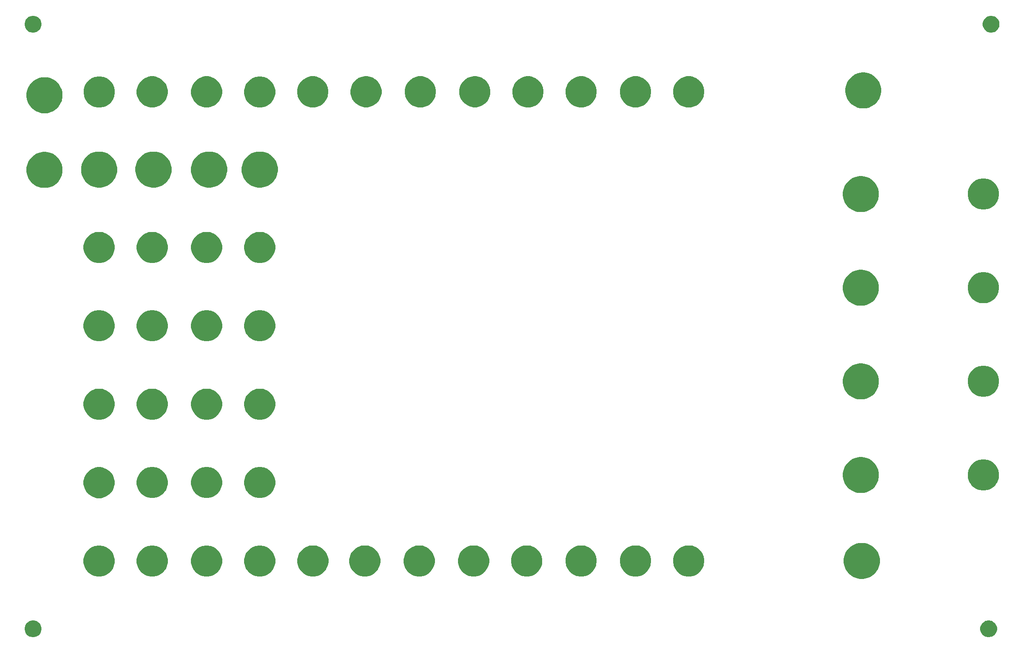
<source format=gbr>
%TF.GenerationSoftware,KiCad,Pcbnew,(5.0.1)-3*%
%TF.CreationDate,2020-01-29T23:15:48+00:00*%
%TF.ProjectId,SSv2 Panel,535376322050616E656C2E6B69636164,rev?*%
%TF.SameCoordinates,Original*%
%TF.FileFunction,Soldermask,Top*%
%TF.FilePolarity,Negative*%
%FSLAX46Y46*%
G04 Gerber Fmt 4.6, Leading zero omitted, Abs format (unit mm)*
G04 Created by KiCad (PCBNEW (5.0.1)-3) date 29/01/2020 23:15:48*
%MOMM*%
%LPD*%
G01*
G04 APERTURE LIST*
%ADD10C,0.100000*%
G04 APERTURE END LIST*
D10*
G36*
X266646160Y-145464368D02*
X266646162Y-145464369D01*
X266646163Y-145464369D01*
X266760514Y-145511735D01*
X266955726Y-145592594D01*
X267234327Y-145778749D01*
X267471251Y-146015673D01*
X267657406Y-146294274D01*
X267785632Y-146603840D01*
X267851000Y-146932465D01*
X267851000Y-147267535D01*
X267785632Y-147596160D01*
X267657406Y-147905726D01*
X267471251Y-148184327D01*
X267234327Y-148421251D01*
X266955726Y-148607406D01*
X266760514Y-148688265D01*
X266646163Y-148735631D01*
X266646162Y-148735631D01*
X266646160Y-148735632D01*
X266317535Y-148801000D01*
X265982465Y-148801000D01*
X265653840Y-148735632D01*
X265653838Y-148735631D01*
X265653837Y-148735631D01*
X265539486Y-148688265D01*
X265344274Y-148607406D01*
X265065673Y-148421251D01*
X264828749Y-148184327D01*
X264642594Y-147905726D01*
X264514368Y-147596160D01*
X264449000Y-147267535D01*
X264449000Y-146932465D01*
X264514368Y-146603840D01*
X264642594Y-146294274D01*
X264828749Y-146015673D01*
X265065673Y-145778749D01*
X265344274Y-145592594D01*
X265539486Y-145511735D01*
X265653837Y-145464369D01*
X265653838Y-145464369D01*
X265653840Y-145464368D01*
X265982465Y-145399000D01*
X266317535Y-145399000D01*
X266646160Y-145464368D01*
X266646160Y-145464368D01*
G37*
G36*
X73396160Y-145464368D02*
X73396162Y-145464369D01*
X73396163Y-145464369D01*
X73510514Y-145511735D01*
X73705726Y-145592594D01*
X73984327Y-145778749D01*
X74221251Y-146015673D01*
X74407406Y-146294274D01*
X74535632Y-146603840D01*
X74601000Y-146932465D01*
X74601000Y-147267535D01*
X74535632Y-147596160D01*
X74407406Y-147905726D01*
X74221251Y-148184327D01*
X73984327Y-148421251D01*
X73705726Y-148607406D01*
X73510514Y-148688265D01*
X73396163Y-148735631D01*
X73396162Y-148735631D01*
X73396160Y-148735632D01*
X73067535Y-148801000D01*
X72732465Y-148801000D01*
X72403840Y-148735632D01*
X72403838Y-148735631D01*
X72403837Y-148735631D01*
X72289486Y-148688265D01*
X72094274Y-148607406D01*
X71815673Y-148421251D01*
X71578749Y-148184327D01*
X71392594Y-147905726D01*
X71264368Y-147596160D01*
X71199000Y-147267535D01*
X71199000Y-146932465D01*
X71264368Y-146603840D01*
X71392594Y-146294274D01*
X71578749Y-146015673D01*
X71815673Y-145778749D01*
X72094274Y-145592594D01*
X72289486Y-145511735D01*
X72403837Y-145464369D01*
X72403838Y-145464369D01*
X72403840Y-145464368D01*
X72732465Y-145399000D01*
X73067535Y-145399000D01*
X73396160Y-145464368D01*
X73396160Y-145464368D01*
G37*
G36*
X241094714Y-129745769D02*
X241564958Y-129839306D01*
X242229397Y-130114525D01*
X242827377Y-130514083D01*
X243335917Y-131022623D01*
X243735475Y-131620603D01*
X244010694Y-132285042D01*
X244151000Y-132990408D01*
X244151000Y-133709592D01*
X244010694Y-134414958D01*
X243735475Y-135079397D01*
X243335917Y-135677377D01*
X242827377Y-136185917D01*
X242229397Y-136585475D01*
X241564958Y-136860694D01*
X241094714Y-136954231D01*
X240859593Y-137001000D01*
X240140407Y-137001000D01*
X239905286Y-136954231D01*
X239435042Y-136860694D01*
X238770603Y-136585475D01*
X238172623Y-136185917D01*
X237664083Y-135677377D01*
X237264525Y-135079397D01*
X236989306Y-134414958D01*
X236849000Y-133709592D01*
X236849000Y-132990408D01*
X236989306Y-132285042D01*
X237264525Y-131620603D01*
X237664083Y-131022623D01*
X238172623Y-130514083D01*
X238770603Y-130114525D01*
X239435042Y-129839306D01*
X239905286Y-129745769D01*
X240140407Y-129699000D01*
X240859593Y-129699000D01*
X241094714Y-129745769D01*
X241094714Y-129745769D01*
G37*
G36*
X108716191Y-130304727D02*
X108919113Y-130345091D01*
X109492558Y-130582620D01*
X109971230Y-130902459D01*
X110008648Y-130927461D01*
X110447539Y-131366352D01*
X110447541Y-131366355D01*
X110792380Y-131882442D01*
X111019554Y-132430888D01*
X111029909Y-132455888D01*
X111151000Y-133064652D01*
X111151000Y-133685348D01*
X111146177Y-133709593D01*
X111029909Y-134294113D01*
X110792380Y-134867558D01*
X110650833Y-135079397D01*
X110447539Y-135383648D01*
X110008648Y-135822539D01*
X110008645Y-135822541D01*
X109492558Y-136167380D01*
X108919113Y-136404909D01*
X108716191Y-136445273D01*
X108310348Y-136526000D01*
X107689652Y-136526000D01*
X107283809Y-136445273D01*
X107080887Y-136404909D01*
X106507442Y-136167380D01*
X105991355Y-135822541D01*
X105991352Y-135822539D01*
X105552461Y-135383648D01*
X105349167Y-135079397D01*
X105207620Y-134867558D01*
X104970091Y-134294113D01*
X104853823Y-133709593D01*
X104849000Y-133685348D01*
X104849000Y-133064652D01*
X104970091Y-132455888D01*
X104980446Y-132430888D01*
X105207620Y-131882442D01*
X105552459Y-131366355D01*
X105552461Y-131366352D01*
X105991352Y-130927461D01*
X106028770Y-130902459D01*
X106507442Y-130582620D01*
X107080887Y-130345091D01*
X107283809Y-130304727D01*
X107689652Y-130224000D01*
X108310348Y-130224000D01*
X108716191Y-130304727D01*
X108716191Y-130304727D01*
G37*
G36*
X119466191Y-130304727D02*
X119669113Y-130345091D01*
X120242558Y-130582620D01*
X120721230Y-130902459D01*
X120758648Y-130927461D01*
X121197539Y-131366352D01*
X121197541Y-131366355D01*
X121542380Y-131882442D01*
X121769554Y-132430888D01*
X121779909Y-132455888D01*
X121901000Y-133064652D01*
X121901000Y-133685348D01*
X121896177Y-133709593D01*
X121779909Y-134294113D01*
X121542380Y-134867558D01*
X121400833Y-135079397D01*
X121197539Y-135383648D01*
X120758648Y-135822539D01*
X120758645Y-135822541D01*
X120242558Y-136167380D01*
X119669113Y-136404909D01*
X119466191Y-136445273D01*
X119060348Y-136526000D01*
X118439652Y-136526000D01*
X118033809Y-136445273D01*
X117830887Y-136404909D01*
X117257442Y-136167380D01*
X116741355Y-135822541D01*
X116741352Y-135822539D01*
X116302461Y-135383648D01*
X116099167Y-135079397D01*
X115957620Y-134867558D01*
X115720091Y-134294113D01*
X115603823Y-133709593D01*
X115599000Y-133685348D01*
X115599000Y-133064652D01*
X115720091Y-132455888D01*
X115730446Y-132430888D01*
X115957620Y-131882442D01*
X116302459Y-131366355D01*
X116302461Y-131366352D01*
X116741352Y-130927461D01*
X116778770Y-130902459D01*
X117257442Y-130582620D01*
X117830887Y-130345091D01*
X118033809Y-130304727D01*
X118439652Y-130224000D01*
X119060348Y-130224000D01*
X119466191Y-130304727D01*
X119466191Y-130304727D01*
G37*
G36*
X97716191Y-130304727D02*
X97919113Y-130345091D01*
X98492558Y-130582620D01*
X98971230Y-130902459D01*
X99008648Y-130927461D01*
X99447539Y-131366352D01*
X99447541Y-131366355D01*
X99792380Y-131882442D01*
X100019554Y-132430888D01*
X100029909Y-132455888D01*
X100151000Y-133064652D01*
X100151000Y-133685348D01*
X100146177Y-133709593D01*
X100029909Y-134294113D01*
X99792380Y-134867558D01*
X99650833Y-135079397D01*
X99447539Y-135383648D01*
X99008648Y-135822539D01*
X99008645Y-135822541D01*
X98492558Y-136167380D01*
X97919113Y-136404909D01*
X97716191Y-136445273D01*
X97310348Y-136526000D01*
X96689652Y-136526000D01*
X96283809Y-136445273D01*
X96080887Y-136404909D01*
X95507442Y-136167380D01*
X94991355Y-135822541D01*
X94991352Y-135822539D01*
X94552461Y-135383648D01*
X94349167Y-135079397D01*
X94207620Y-134867558D01*
X93970091Y-134294113D01*
X93853823Y-133709593D01*
X93849000Y-133685348D01*
X93849000Y-133064652D01*
X93970091Y-132455888D01*
X93980446Y-132430888D01*
X94207620Y-131882442D01*
X94552459Y-131366355D01*
X94552461Y-131366352D01*
X94991352Y-130927461D01*
X95028770Y-130902459D01*
X95507442Y-130582620D01*
X96080887Y-130345091D01*
X96283809Y-130304727D01*
X96689652Y-130224000D01*
X97310348Y-130224000D01*
X97716191Y-130304727D01*
X97716191Y-130304727D01*
G37*
G36*
X86966191Y-130304727D02*
X87169113Y-130345091D01*
X87742558Y-130582620D01*
X88221230Y-130902459D01*
X88258648Y-130927461D01*
X88697539Y-131366352D01*
X88697541Y-131366355D01*
X89042380Y-131882442D01*
X89269554Y-132430888D01*
X89279909Y-132455888D01*
X89401000Y-133064652D01*
X89401000Y-133685348D01*
X89396177Y-133709593D01*
X89279909Y-134294113D01*
X89042380Y-134867558D01*
X88900833Y-135079397D01*
X88697539Y-135383648D01*
X88258648Y-135822539D01*
X88258645Y-135822541D01*
X87742558Y-136167380D01*
X87169113Y-136404909D01*
X86966191Y-136445273D01*
X86560348Y-136526000D01*
X85939652Y-136526000D01*
X85533809Y-136445273D01*
X85330887Y-136404909D01*
X84757442Y-136167380D01*
X84241355Y-135822541D01*
X84241352Y-135822539D01*
X83802461Y-135383648D01*
X83599167Y-135079397D01*
X83457620Y-134867558D01*
X83220091Y-134294113D01*
X83103823Y-133709593D01*
X83099000Y-133685348D01*
X83099000Y-133064652D01*
X83220091Y-132455888D01*
X83230446Y-132430888D01*
X83457620Y-131882442D01*
X83802459Y-131366355D01*
X83802461Y-131366352D01*
X84241352Y-130927461D01*
X84278770Y-130902459D01*
X84757442Y-130582620D01*
X85330887Y-130345091D01*
X85533809Y-130304727D01*
X85939652Y-130224000D01*
X86560348Y-130224000D01*
X86966191Y-130304727D01*
X86966191Y-130304727D01*
G37*
G36*
X130216191Y-130279727D02*
X130419113Y-130320091D01*
X130992558Y-130557620D01*
X131505165Y-130900134D01*
X131508648Y-130902461D01*
X131947539Y-131341352D01*
X131947541Y-131341355D01*
X132292380Y-131857442D01*
X132529909Y-132430887D01*
X132529909Y-132430888D01*
X132651000Y-133039652D01*
X132651000Y-133660348D01*
X132570273Y-134066191D01*
X132529909Y-134269113D01*
X132292380Y-134842558D01*
X132134130Y-135079395D01*
X131947539Y-135358648D01*
X131508648Y-135797539D01*
X131508645Y-135797541D01*
X130992558Y-136142380D01*
X130419113Y-136379909D01*
X130293429Y-136404909D01*
X129810348Y-136501000D01*
X129189652Y-136501000D01*
X128706571Y-136404909D01*
X128580887Y-136379909D01*
X128007442Y-136142380D01*
X127491355Y-135797541D01*
X127491352Y-135797539D01*
X127052461Y-135358648D01*
X126865870Y-135079395D01*
X126707620Y-134842558D01*
X126470091Y-134269113D01*
X126429727Y-134066191D01*
X126349000Y-133660348D01*
X126349000Y-133039652D01*
X126470091Y-132430888D01*
X126470091Y-132430887D01*
X126707620Y-131857442D01*
X127052459Y-131341355D01*
X127052461Y-131341352D01*
X127491352Y-130902461D01*
X127494835Y-130900134D01*
X128007442Y-130557620D01*
X128580887Y-130320091D01*
X128783809Y-130279727D01*
X129189652Y-130199000D01*
X129810348Y-130199000D01*
X130216191Y-130279727D01*
X130216191Y-130279727D01*
G37*
G36*
X140716191Y-130279727D02*
X140919113Y-130320091D01*
X141492558Y-130557620D01*
X142005165Y-130900134D01*
X142008648Y-130902461D01*
X142447539Y-131341352D01*
X142447541Y-131341355D01*
X142792380Y-131857442D01*
X143029909Y-132430887D01*
X143029909Y-132430888D01*
X143151000Y-133039652D01*
X143151000Y-133660348D01*
X143070273Y-134066191D01*
X143029909Y-134269113D01*
X142792380Y-134842558D01*
X142634130Y-135079395D01*
X142447539Y-135358648D01*
X142008648Y-135797539D01*
X142008645Y-135797541D01*
X141492558Y-136142380D01*
X140919113Y-136379909D01*
X140793429Y-136404909D01*
X140310348Y-136501000D01*
X139689652Y-136501000D01*
X139206571Y-136404909D01*
X139080887Y-136379909D01*
X138507442Y-136142380D01*
X137991355Y-135797541D01*
X137991352Y-135797539D01*
X137552461Y-135358648D01*
X137365870Y-135079395D01*
X137207620Y-134842558D01*
X136970091Y-134269113D01*
X136929727Y-134066191D01*
X136849000Y-133660348D01*
X136849000Y-133039652D01*
X136970091Y-132430888D01*
X136970091Y-132430887D01*
X137207620Y-131857442D01*
X137552459Y-131341355D01*
X137552461Y-131341352D01*
X137991352Y-130902461D01*
X137994835Y-130900134D01*
X138507442Y-130557620D01*
X139080887Y-130320091D01*
X139283809Y-130279727D01*
X139689652Y-130199000D01*
X140310348Y-130199000D01*
X140716191Y-130279727D01*
X140716191Y-130279727D01*
G37*
G36*
X162716191Y-130279727D02*
X162919113Y-130320091D01*
X163492558Y-130557620D01*
X164005165Y-130900134D01*
X164008648Y-130902461D01*
X164447539Y-131341352D01*
X164447541Y-131341355D01*
X164792380Y-131857442D01*
X165029909Y-132430887D01*
X165029909Y-132430888D01*
X165151000Y-133039652D01*
X165151000Y-133660348D01*
X165070273Y-134066191D01*
X165029909Y-134269113D01*
X164792380Y-134842558D01*
X164634130Y-135079395D01*
X164447539Y-135358648D01*
X164008648Y-135797539D01*
X164008645Y-135797541D01*
X163492558Y-136142380D01*
X162919113Y-136379909D01*
X162793429Y-136404909D01*
X162310348Y-136501000D01*
X161689652Y-136501000D01*
X161206571Y-136404909D01*
X161080887Y-136379909D01*
X160507442Y-136142380D01*
X159991355Y-135797541D01*
X159991352Y-135797539D01*
X159552461Y-135358648D01*
X159365870Y-135079395D01*
X159207620Y-134842558D01*
X158970091Y-134269113D01*
X158929727Y-134066191D01*
X158849000Y-133660348D01*
X158849000Y-133039652D01*
X158970091Y-132430888D01*
X158970091Y-132430887D01*
X159207620Y-131857442D01*
X159552459Y-131341355D01*
X159552461Y-131341352D01*
X159991352Y-130902461D01*
X159994835Y-130900134D01*
X160507442Y-130557620D01*
X161080887Y-130320091D01*
X161283809Y-130279727D01*
X161689652Y-130199000D01*
X162310348Y-130199000D01*
X162716191Y-130279727D01*
X162716191Y-130279727D01*
G37*
G36*
X173466191Y-130279727D02*
X173669113Y-130320091D01*
X174242558Y-130557620D01*
X174755165Y-130900134D01*
X174758648Y-130902461D01*
X175197539Y-131341352D01*
X175197541Y-131341355D01*
X175542380Y-131857442D01*
X175779909Y-132430887D01*
X175779909Y-132430888D01*
X175901000Y-133039652D01*
X175901000Y-133660348D01*
X175820273Y-134066191D01*
X175779909Y-134269113D01*
X175542380Y-134842558D01*
X175384130Y-135079395D01*
X175197539Y-135358648D01*
X174758648Y-135797539D01*
X174758645Y-135797541D01*
X174242558Y-136142380D01*
X173669113Y-136379909D01*
X173543429Y-136404909D01*
X173060348Y-136501000D01*
X172439652Y-136501000D01*
X171956571Y-136404909D01*
X171830887Y-136379909D01*
X171257442Y-136142380D01*
X170741355Y-135797541D01*
X170741352Y-135797539D01*
X170302461Y-135358648D01*
X170115870Y-135079395D01*
X169957620Y-134842558D01*
X169720091Y-134269113D01*
X169679727Y-134066191D01*
X169599000Y-133660348D01*
X169599000Y-133039652D01*
X169720091Y-132430888D01*
X169720091Y-132430887D01*
X169957620Y-131857442D01*
X170302459Y-131341355D01*
X170302461Y-131341352D01*
X170741352Y-130902461D01*
X170744835Y-130900134D01*
X171257442Y-130557620D01*
X171830887Y-130320091D01*
X172033809Y-130279727D01*
X172439652Y-130199000D01*
X173060348Y-130199000D01*
X173466191Y-130279727D01*
X173466191Y-130279727D01*
G37*
G36*
X195466191Y-130279727D02*
X195669113Y-130320091D01*
X196242558Y-130557620D01*
X196755165Y-130900134D01*
X196758648Y-130902461D01*
X197197539Y-131341352D01*
X197197541Y-131341355D01*
X197542380Y-131857442D01*
X197779909Y-132430887D01*
X197779909Y-132430888D01*
X197901000Y-133039652D01*
X197901000Y-133660348D01*
X197820273Y-134066191D01*
X197779909Y-134269113D01*
X197542380Y-134842558D01*
X197384130Y-135079395D01*
X197197539Y-135358648D01*
X196758648Y-135797539D01*
X196758645Y-135797541D01*
X196242558Y-136142380D01*
X195669113Y-136379909D01*
X195543429Y-136404909D01*
X195060348Y-136501000D01*
X194439652Y-136501000D01*
X193956571Y-136404909D01*
X193830887Y-136379909D01*
X193257442Y-136142380D01*
X192741355Y-135797541D01*
X192741352Y-135797539D01*
X192302461Y-135358648D01*
X192115870Y-135079395D01*
X191957620Y-134842558D01*
X191720091Y-134269113D01*
X191679727Y-134066191D01*
X191599000Y-133660348D01*
X191599000Y-133039652D01*
X191720091Y-132430888D01*
X191720091Y-132430887D01*
X191957620Y-131857442D01*
X192302459Y-131341355D01*
X192302461Y-131341352D01*
X192741352Y-130902461D01*
X192744835Y-130900134D01*
X193257442Y-130557620D01*
X193830887Y-130320091D01*
X194033809Y-130279727D01*
X194439652Y-130199000D01*
X195060348Y-130199000D01*
X195466191Y-130279727D01*
X195466191Y-130279727D01*
G37*
G36*
X206216191Y-130279727D02*
X206419113Y-130320091D01*
X206992558Y-130557620D01*
X207505165Y-130900134D01*
X207508648Y-130902461D01*
X207947539Y-131341352D01*
X207947541Y-131341355D01*
X208292380Y-131857442D01*
X208529909Y-132430887D01*
X208529909Y-132430888D01*
X208651000Y-133039652D01*
X208651000Y-133660348D01*
X208570273Y-134066191D01*
X208529909Y-134269113D01*
X208292380Y-134842558D01*
X208134130Y-135079395D01*
X207947539Y-135358648D01*
X207508648Y-135797539D01*
X207508645Y-135797541D01*
X206992558Y-136142380D01*
X206419113Y-136379909D01*
X206293429Y-136404909D01*
X205810348Y-136501000D01*
X205189652Y-136501000D01*
X204706571Y-136404909D01*
X204580887Y-136379909D01*
X204007442Y-136142380D01*
X203491355Y-135797541D01*
X203491352Y-135797539D01*
X203052461Y-135358648D01*
X202865870Y-135079395D01*
X202707620Y-134842558D01*
X202470091Y-134269113D01*
X202429727Y-134066191D01*
X202349000Y-133660348D01*
X202349000Y-133039652D01*
X202470091Y-132430888D01*
X202470091Y-132430887D01*
X202707620Y-131857442D01*
X203052459Y-131341355D01*
X203052461Y-131341352D01*
X203491352Y-130902461D01*
X203494835Y-130900134D01*
X204007442Y-130557620D01*
X204580887Y-130320091D01*
X204783809Y-130279727D01*
X205189652Y-130199000D01*
X205810348Y-130199000D01*
X206216191Y-130279727D01*
X206216191Y-130279727D01*
G37*
G36*
X151716191Y-130279727D02*
X151919113Y-130320091D01*
X152492558Y-130557620D01*
X153005165Y-130900134D01*
X153008648Y-130902461D01*
X153447539Y-131341352D01*
X153447541Y-131341355D01*
X153792380Y-131857442D01*
X154029909Y-132430887D01*
X154029909Y-132430888D01*
X154151000Y-133039652D01*
X154151000Y-133660348D01*
X154070273Y-134066191D01*
X154029909Y-134269113D01*
X153792380Y-134842558D01*
X153634130Y-135079395D01*
X153447539Y-135358648D01*
X153008648Y-135797539D01*
X153008645Y-135797541D01*
X152492558Y-136142380D01*
X151919113Y-136379909D01*
X151793429Y-136404909D01*
X151310348Y-136501000D01*
X150689652Y-136501000D01*
X150206571Y-136404909D01*
X150080887Y-136379909D01*
X149507442Y-136142380D01*
X148991355Y-135797541D01*
X148991352Y-135797539D01*
X148552461Y-135358648D01*
X148365870Y-135079395D01*
X148207620Y-134842558D01*
X147970091Y-134269113D01*
X147929727Y-134066191D01*
X147849000Y-133660348D01*
X147849000Y-133039652D01*
X147970091Y-132430888D01*
X147970091Y-132430887D01*
X148207620Y-131857442D01*
X148552459Y-131341355D01*
X148552461Y-131341352D01*
X148991352Y-130902461D01*
X148994835Y-130900134D01*
X149507442Y-130557620D01*
X150080887Y-130320091D01*
X150283809Y-130279727D01*
X150689652Y-130199000D01*
X151310348Y-130199000D01*
X151716191Y-130279727D01*
X151716191Y-130279727D01*
G37*
G36*
X184466191Y-130279727D02*
X184669113Y-130320091D01*
X185242558Y-130557620D01*
X185755165Y-130900134D01*
X185758648Y-130902461D01*
X186197539Y-131341352D01*
X186197541Y-131341355D01*
X186542380Y-131857442D01*
X186779909Y-132430887D01*
X186779909Y-132430888D01*
X186901000Y-133039652D01*
X186901000Y-133660348D01*
X186820273Y-134066191D01*
X186779909Y-134269113D01*
X186542380Y-134842558D01*
X186384130Y-135079395D01*
X186197539Y-135358648D01*
X185758648Y-135797539D01*
X185758645Y-135797541D01*
X185242558Y-136142380D01*
X184669113Y-136379909D01*
X184543429Y-136404909D01*
X184060348Y-136501000D01*
X183439652Y-136501000D01*
X182956571Y-136404909D01*
X182830887Y-136379909D01*
X182257442Y-136142380D01*
X181741355Y-135797541D01*
X181741352Y-135797539D01*
X181302461Y-135358648D01*
X181115870Y-135079395D01*
X180957620Y-134842558D01*
X180720091Y-134269113D01*
X180679727Y-134066191D01*
X180599000Y-133660348D01*
X180599000Y-133039652D01*
X180720091Y-132430888D01*
X180720091Y-132430887D01*
X180957620Y-131857442D01*
X181302459Y-131341355D01*
X181302461Y-131341352D01*
X181741352Y-130902461D01*
X181744835Y-130900134D01*
X182257442Y-130557620D01*
X182830887Y-130320091D01*
X183033809Y-130279727D01*
X183439652Y-130199000D01*
X184060348Y-130199000D01*
X184466191Y-130279727D01*
X184466191Y-130279727D01*
G37*
G36*
X86966191Y-114429727D02*
X87169113Y-114470091D01*
X87742558Y-114707620D01*
X88008088Y-114885042D01*
X88258648Y-115052461D01*
X88697539Y-115491352D01*
X88697541Y-115491355D01*
X89042380Y-116007442D01*
X89269554Y-116555888D01*
X89279909Y-116580888D01*
X89396028Y-117164654D01*
X89401000Y-117189654D01*
X89401000Y-117810346D01*
X89279909Y-118419113D01*
X89042380Y-118992558D01*
X88729581Y-119460694D01*
X88697539Y-119508648D01*
X88258648Y-119947539D01*
X88258645Y-119947541D01*
X87742558Y-120292380D01*
X87169113Y-120529909D01*
X86966191Y-120570273D01*
X86560348Y-120651000D01*
X85939652Y-120651000D01*
X85533809Y-120570273D01*
X85330887Y-120529909D01*
X84757442Y-120292380D01*
X84241355Y-119947541D01*
X84241352Y-119947539D01*
X83802461Y-119508648D01*
X83770419Y-119460694D01*
X83457620Y-118992558D01*
X83220091Y-118419113D01*
X83099000Y-117810346D01*
X83099000Y-117189654D01*
X83103973Y-117164654D01*
X83220091Y-116580888D01*
X83230446Y-116555888D01*
X83457620Y-116007442D01*
X83802459Y-115491355D01*
X83802461Y-115491352D01*
X84241352Y-115052461D01*
X84491912Y-114885042D01*
X84757442Y-114707620D01*
X85330887Y-114470091D01*
X85533809Y-114429727D01*
X85939652Y-114349000D01*
X86560348Y-114349000D01*
X86966191Y-114429727D01*
X86966191Y-114429727D01*
G37*
G36*
X97716191Y-114404727D02*
X97919113Y-114445091D01*
X98492558Y-114682620D01*
X98795503Y-114885042D01*
X99008648Y-115027461D01*
X99447539Y-115466352D01*
X99447541Y-115466355D01*
X99792380Y-115982442D01*
X100029909Y-116555887D01*
X100029909Y-116555888D01*
X100151000Y-117164652D01*
X100151000Y-117785348D01*
X100146027Y-117810348D01*
X100029909Y-118394113D01*
X99792380Y-118967558D01*
X99646773Y-119185474D01*
X99447539Y-119483648D01*
X99008648Y-119922539D01*
X99008645Y-119922541D01*
X98492558Y-120267380D01*
X97919113Y-120504909D01*
X97793429Y-120529909D01*
X97310348Y-120626000D01*
X96689652Y-120626000D01*
X96206571Y-120529909D01*
X96080887Y-120504909D01*
X95507442Y-120267380D01*
X94991355Y-119922541D01*
X94991352Y-119922539D01*
X94552461Y-119483648D01*
X94353227Y-119185474D01*
X94207620Y-118967558D01*
X93970091Y-118394113D01*
X93853973Y-117810348D01*
X93849000Y-117785348D01*
X93849000Y-117164652D01*
X93970091Y-116555888D01*
X93970091Y-116555887D01*
X94207620Y-115982442D01*
X94552459Y-115466355D01*
X94552461Y-115466352D01*
X94991352Y-115027461D01*
X95204497Y-114885042D01*
X95507442Y-114682620D01*
X96080887Y-114445091D01*
X96283809Y-114404727D01*
X96689652Y-114324000D01*
X97310348Y-114324000D01*
X97716191Y-114404727D01*
X97716191Y-114404727D01*
G37*
G36*
X119466191Y-114404727D02*
X119669113Y-114445091D01*
X120242558Y-114682620D01*
X120545503Y-114885042D01*
X120758648Y-115027461D01*
X121197539Y-115466352D01*
X121197541Y-115466355D01*
X121542380Y-115982442D01*
X121779909Y-116555887D01*
X121779909Y-116555888D01*
X121901000Y-117164652D01*
X121901000Y-117785348D01*
X121896027Y-117810348D01*
X121779909Y-118394113D01*
X121542380Y-118967558D01*
X121396773Y-119185474D01*
X121197539Y-119483648D01*
X120758648Y-119922539D01*
X120758645Y-119922541D01*
X120242558Y-120267380D01*
X119669113Y-120504909D01*
X119543429Y-120529909D01*
X119060348Y-120626000D01*
X118439652Y-120626000D01*
X117956571Y-120529909D01*
X117830887Y-120504909D01*
X117257442Y-120267380D01*
X116741355Y-119922541D01*
X116741352Y-119922539D01*
X116302461Y-119483648D01*
X116103227Y-119185474D01*
X115957620Y-118967558D01*
X115720091Y-118394113D01*
X115603973Y-117810348D01*
X115599000Y-117785348D01*
X115599000Y-117164652D01*
X115720091Y-116555888D01*
X115720091Y-116555887D01*
X115957620Y-115982442D01*
X116302459Y-115466355D01*
X116302461Y-115466352D01*
X116741352Y-115027461D01*
X116954497Y-114885042D01*
X117257442Y-114682620D01*
X117830887Y-114445091D01*
X118033809Y-114404727D01*
X118439652Y-114324000D01*
X119060348Y-114324000D01*
X119466191Y-114404727D01*
X119466191Y-114404727D01*
G37*
G36*
X108716191Y-114404727D02*
X108919113Y-114445091D01*
X109492558Y-114682620D01*
X109795503Y-114885042D01*
X110008648Y-115027461D01*
X110447539Y-115466352D01*
X110447541Y-115466355D01*
X110792380Y-115982442D01*
X111029909Y-116555887D01*
X111029909Y-116555888D01*
X111151000Y-117164652D01*
X111151000Y-117785348D01*
X111146027Y-117810348D01*
X111029909Y-118394113D01*
X110792380Y-118967558D01*
X110646773Y-119185474D01*
X110447539Y-119483648D01*
X110008648Y-119922539D01*
X110008645Y-119922541D01*
X109492558Y-120267380D01*
X108919113Y-120504909D01*
X108793429Y-120529909D01*
X108310348Y-120626000D01*
X107689652Y-120626000D01*
X107206571Y-120529909D01*
X107080887Y-120504909D01*
X106507442Y-120267380D01*
X105991355Y-119922541D01*
X105991352Y-119922539D01*
X105552461Y-119483648D01*
X105353227Y-119185474D01*
X105207620Y-118967558D01*
X104970091Y-118394113D01*
X104853973Y-117810348D01*
X104849000Y-117785348D01*
X104849000Y-117164652D01*
X104970091Y-116555888D01*
X104970091Y-116555887D01*
X105207620Y-115982442D01*
X105552459Y-115466355D01*
X105552461Y-115466352D01*
X105991352Y-115027461D01*
X106204497Y-114885042D01*
X106507442Y-114682620D01*
X107080887Y-114445091D01*
X107283809Y-114404727D01*
X107689652Y-114324000D01*
X108310348Y-114324000D01*
X108716191Y-114404727D01*
X108716191Y-114404727D01*
G37*
G36*
X240894714Y-112345769D02*
X241364958Y-112439306D01*
X242029397Y-112714525D01*
X242627377Y-113114083D01*
X243135917Y-113622623D01*
X243535475Y-114220603D01*
X243810694Y-114885042D01*
X243951000Y-115590408D01*
X243951000Y-116309592D01*
X243810694Y-117014958D01*
X243535475Y-117679397D01*
X243135917Y-118277377D01*
X242627377Y-118785917D01*
X242029397Y-119185475D01*
X241364958Y-119460694D01*
X240894714Y-119554231D01*
X240659593Y-119601000D01*
X239940407Y-119601000D01*
X239705286Y-119554231D01*
X239235042Y-119460694D01*
X238570603Y-119185475D01*
X237972623Y-118785917D01*
X237464083Y-118277377D01*
X237064525Y-117679397D01*
X236789306Y-117014958D01*
X236649000Y-116309592D01*
X236649000Y-115590408D01*
X236789306Y-114885042D01*
X237064525Y-114220603D01*
X237464083Y-113622623D01*
X237972623Y-113114083D01*
X238570603Y-112714525D01*
X239235042Y-112439306D01*
X239705286Y-112345769D01*
X239940407Y-112299000D01*
X240659593Y-112299000D01*
X240894714Y-112345769D01*
X240894714Y-112345769D01*
G37*
G36*
X265816191Y-112879727D02*
X266019113Y-112920091D01*
X266592558Y-113157620D01*
X267105165Y-113500134D01*
X267108648Y-113502461D01*
X267547539Y-113941352D01*
X267547541Y-113941355D01*
X267892380Y-114457442D01*
X268129909Y-115030887D01*
X268129909Y-115030888D01*
X268251000Y-115639652D01*
X268251000Y-116260348D01*
X268192213Y-116555887D01*
X268129909Y-116869113D01*
X267892380Y-117442558D01*
X267646631Y-117810346D01*
X267547539Y-117958648D01*
X267108648Y-118397539D01*
X267108645Y-118397541D01*
X266592558Y-118742380D01*
X266019113Y-118979909D01*
X265816191Y-119020273D01*
X265410348Y-119101000D01*
X264789652Y-119101000D01*
X264383809Y-119020273D01*
X264180887Y-118979909D01*
X263607442Y-118742380D01*
X263091355Y-118397541D01*
X263091352Y-118397539D01*
X262652461Y-117958648D01*
X262553369Y-117810346D01*
X262307620Y-117442558D01*
X262070091Y-116869113D01*
X262007787Y-116555887D01*
X261949000Y-116260348D01*
X261949000Y-115639652D01*
X262070091Y-115030888D01*
X262070091Y-115030887D01*
X262307620Y-114457442D01*
X262652459Y-113941355D01*
X262652461Y-113941352D01*
X263091352Y-113502461D01*
X263094835Y-113500134D01*
X263607442Y-113157620D01*
X264180887Y-112920091D01*
X264383809Y-112879727D01*
X264789652Y-112799000D01*
X265410348Y-112799000D01*
X265816191Y-112879727D01*
X265816191Y-112879727D01*
G37*
G36*
X119466191Y-98529727D02*
X119669113Y-98570091D01*
X120242558Y-98807620D01*
X120506002Y-98983648D01*
X120758648Y-99152461D01*
X121197539Y-99591352D01*
X121197541Y-99591355D01*
X121542380Y-100107442D01*
X121779909Y-100680887D01*
X121901000Y-101289654D01*
X121901000Y-101910346D01*
X121779909Y-102519113D01*
X121542380Y-103092558D01*
X121199866Y-103605165D01*
X121197539Y-103608648D01*
X120758648Y-104047539D01*
X120758645Y-104047541D01*
X120242558Y-104392380D01*
X119669113Y-104629909D01*
X119466191Y-104670273D01*
X119060348Y-104751000D01*
X118439652Y-104751000D01*
X118033809Y-104670273D01*
X117830887Y-104629909D01*
X117257442Y-104392380D01*
X116741355Y-104047541D01*
X116741352Y-104047539D01*
X116302461Y-103608648D01*
X116300134Y-103605165D01*
X115957620Y-103092558D01*
X115720091Y-102519113D01*
X115599000Y-101910346D01*
X115599000Y-101289654D01*
X115720091Y-100680887D01*
X115957620Y-100107442D01*
X116302459Y-99591355D01*
X116302461Y-99591352D01*
X116741352Y-99152461D01*
X116993998Y-98983648D01*
X117257442Y-98807620D01*
X117830887Y-98570091D01*
X118033809Y-98529727D01*
X118439652Y-98449000D01*
X119060348Y-98449000D01*
X119466191Y-98529727D01*
X119466191Y-98529727D01*
G37*
G36*
X86966191Y-98529727D02*
X87169113Y-98570091D01*
X87742558Y-98807620D01*
X88006002Y-98983648D01*
X88258648Y-99152461D01*
X88697539Y-99591352D01*
X88697541Y-99591355D01*
X89042380Y-100107442D01*
X89279909Y-100680887D01*
X89401000Y-101289654D01*
X89401000Y-101910346D01*
X89279909Y-102519113D01*
X89042380Y-103092558D01*
X88699866Y-103605165D01*
X88697539Y-103608648D01*
X88258648Y-104047539D01*
X88258645Y-104047541D01*
X87742558Y-104392380D01*
X87169113Y-104629909D01*
X86966191Y-104670273D01*
X86560348Y-104751000D01*
X85939652Y-104751000D01*
X85533809Y-104670273D01*
X85330887Y-104629909D01*
X84757442Y-104392380D01*
X84241355Y-104047541D01*
X84241352Y-104047539D01*
X83802461Y-103608648D01*
X83800134Y-103605165D01*
X83457620Y-103092558D01*
X83220091Y-102519113D01*
X83099000Y-101910346D01*
X83099000Y-101289654D01*
X83220091Y-100680887D01*
X83457620Y-100107442D01*
X83802459Y-99591355D01*
X83802461Y-99591352D01*
X84241352Y-99152461D01*
X84493998Y-98983648D01*
X84757442Y-98807620D01*
X85330887Y-98570091D01*
X85533809Y-98529727D01*
X85939652Y-98449000D01*
X86560348Y-98449000D01*
X86966191Y-98529727D01*
X86966191Y-98529727D01*
G37*
G36*
X97716191Y-98529727D02*
X97919113Y-98570091D01*
X98492558Y-98807620D01*
X98756002Y-98983648D01*
X99008648Y-99152461D01*
X99447539Y-99591352D01*
X99447541Y-99591355D01*
X99792380Y-100107442D01*
X100029909Y-100680887D01*
X100151000Y-101289654D01*
X100151000Y-101910346D01*
X100029909Y-102519113D01*
X99792380Y-103092558D01*
X99449866Y-103605165D01*
X99447539Y-103608648D01*
X99008648Y-104047539D01*
X99008645Y-104047541D01*
X98492558Y-104392380D01*
X97919113Y-104629909D01*
X97716191Y-104670273D01*
X97310348Y-104751000D01*
X96689652Y-104751000D01*
X96283809Y-104670273D01*
X96080887Y-104629909D01*
X95507442Y-104392380D01*
X94991355Y-104047541D01*
X94991352Y-104047539D01*
X94552461Y-103608648D01*
X94550134Y-103605165D01*
X94207620Y-103092558D01*
X93970091Y-102519113D01*
X93849000Y-101910346D01*
X93849000Y-101289654D01*
X93970091Y-100680887D01*
X94207620Y-100107442D01*
X94552459Y-99591355D01*
X94552461Y-99591352D01*
X94991352Y-99152461D01*
X95243998Y-98983648D01*
X95507442Y-98807620D01*
X96080887Y-98570091D01*
X96283809Y-98529727D01*
X96689652Y-98449000D01*
X97310348Y-98449000D01*
X97716191Y-98529727D01*
X97716191Y-98529727D01*
G37*
G36*
X108716191Y-98529727D02*
X108919113Y-98570091D01*
X109492558Y-98807620D01*
X109756002Y-98983648D01*
X110008648Y-99152461D01*
X110447539Y-99591352D01*
X110447541Y-99591355D01*
X110792380Y-100107442D01*
X111029909Y-100680887D01*
X111151000Y-101289654D01*
X111151000Y-101910346D01*
X111029909Y-102519113D01*
X110792380Y-103092558D01*
X110449866Y-103605165D01*
X110447539Y-103608648D01*
X110008648Y-104047539D01*
X110008645Y-104047541D01*
X109492558Y-104392380D01*
X108919113Y-104629909D01*
X108716191Y-104670273D01*
X108310348Y-104751000D01*
X107689652Y-104751000D01*
X107283809Y-104670273D01*
X107080887Y-104629909D01*
X106507442Y-104392380D01*
X105991355Y-104047541D01*
X105991352Y-104047539D01*
X105552461Y-103608648D01*
X105550134Y-103605165D01*
X105207620Y-103092558D01*
X104970091Y-102519113D01*
X104849000Y-101910346D01*
X104849000Y-101289654D01*
X104970091Y-100680887D01*
X105207620Y-100107442D01*
X105552459Y-99591355D01*
X105552461Y-99591352D01*
X105991352Y-99152461D01*
X106243998Y-98983648D01*
X106507442Y-98807620D01*
X107080887Y-98570091D01*
X107283809Y-98529727D01*
X107689652Y-98449000D01*
X108310348Y-98449000D01*
X108716191Y-98529727D01*
X108716191Y-98529727D01*
G37*
G36*
X240894714Y-93370769D02*
X241364958Y-93464306D01*
X242029397Y-93739525D01*
X242627377Y-94139083D01*
X243135917Y-94647623D01*
X243535475Y-95245603D01*
X243810694Y-95910042D01*
X243951000Y-96615408D01*
X243951000Y-97334592D01*
X243810694Y-98039958D01*
X243535475Y-98704397D01*
X243135917Y-99302377D01*
X242627377Y-99810917D01*
X242029397Y-100210475D01*
X241364958Y-100485694D01*
X240894714Y-100579231D01*
X240659593Y-100626000D01*
X239940407Y-100626000D01*
X239705286Y-100579231D01*
X239235042Y-100485694D01*
X238570603Y-100210475D01*
X237972623Y-99810917D01*
X237464083Y-99302377D01*
X237064525Y-98704397D01*
X236789306Y-98039958D01*
X236649000Y-97334592D01*
X236649000Y-96615408D01*
X236789306Y-95910042D01*
X237064525Y-95245603D01*
X237464083Y-94647623D01*
X237972623Y-94139083D01*
X238570603Y-93739525D01*
X239235042Y-93464306D01*
X239705286Y-93370769D01*
X239940407Y-93324000D01*
X240659593Y-93324000D01*
X240894714Y-93370769D01*
X240894714Y-93370769D01*
G37*
G36*
X265816191Y-93904727D02*
X266019113Y-93945091D01*
X266592558Y-94182620D01*
X267105165Y-94525134D01*
X267108648Y-94527461D01*
X267547539Y-94966352D01*
X267547541Y-94966355D01*
X267892380Y-95482442D01*
X268129909Y-96055887D01*
X268129909Y-96055888D01*
X268251000Y-96664652D01*
X268251000Y-97285348D01*
X268170273Y-97691191D01*
X268129909Y-97894113D01*
X267892380Y-98467558D01*
X267734130Y-98704395D01*
X267547539Y-98983648D01*
X267108648Y-99422539D01*
X267108645Y-99422541D01*
X266592558Y-99767380D01*
X266019113Y-100004909D01*
X265816191Y-100045273D01*
X265410348Y-100126000D01*
X264789652Y-100126000D01*
X264383809Y-100045273D01*
X264180887Y-100004909D01*
X263607442Y-99767380D01*
X263091355Y-99422541D01*
X263091352Y-99422539D01*
X262652461Y-98983648D01*
X262465870Y-98704395D01*
X262307620Y-98467558D01*
X262070091Y-97894113D01*
X262029727Y-97691191D01*
X261949000Y-97285348D01*
X261949000Y-96664652D01*
X262070091Y-96055888D01*
X262070091Y-96055887D01*
X262307620Y-95482442D01*
X262652459Y-94966355D01*
X262652461Y-94966352D01*
X263091352Y-94527461D01*
X263094835Y-94525134D01*
X263607442Y-94182620D01*
X264180887Y-93945091D01*
X264383809Y-93904727D01*
X264789652Y-93824000D01*
X265410348Y-93824000D01*
X265816191Y-93904727D01*
X265816191Y-93904727D01*
G37*
G36*
X97716191Y-82654727D02*
X97919113Y-82695091D01*
X98492558Y-82932620D01*
X99005165Y-83275134D01*
X99008648Y-83277461D01*
X99447539Y-83716352D01*
X99447541Y-83716355D01*
X99792380Y-84232442D01*
X100029909Y-84805887D01*
X100151000Y-85414654D01*
X100151000Y-86035346D01*
X100029909Y-86644113D01*
X99792380Y-87217558D01*
X99449866Y-87730165D01*
X99447539Y-87733648D01*
X99008648Y-88172539D01*
X99008645Y-88172541D01*
X98492558Y-88517380D01*
X97919113Y-88754909D01*
X97716191Y-88795273D01*
X97310348Y-88876000D01*
X96689652Y-88876000D01*
X96283809Y-88795273D01*
X96080887Y-88754909D01*
X95507442Y-88517380D01*
X94991355Y-88172541D01*
X94991352Y-88172539D01*
X94552461Y-87733648D01*
X94550134Y-87730165D01*
X94207620Y-87217558D01*
X93970091Y-86644113D01*
X93849000Y-86035346D01*
X93849000Y-85414654D01*
X93970091Y-84805887D01*
X94207620Y-84232442D01*
X94552459Y-83716355D01*
X94552461Y-83716352D01*
X94991352Y-83277461D01*
X94994835Y-83275134D01*
X95507442Y-82932620D01*
X96080887Y-82695091D01*
X96283809Y-82654727D01*
X96689652Y-82574000D01*
X97310348Y-82574000D01*
X97716191Y-82654727D01*
X97716191Y-82654727D01*
G37*
G36*
X108716191Y-82654727D02*
X108919113Y-82695091D01*
X109492558Y-82932620D01*
X110005165Y-83275134D01*
X110008648Y-83277461D01*
X110447539Y-83716352D01*
X110447541Y-83716355D01*
X110792380Y-84232442D01*
X111029909Y-84805887D01*
X111151000Y-85414654D01*
X111151000Y-86035346D01*
X111029909Y-86644113D01*
X110792380Y-87217558D01*
X110449866Y-87730165D01*
X110447539Y-87733648D01*
X110008648Y-88172539D01*
X110008645Y-88172541D01*
X109492558Y-88517380D01*
X108919113Y-88754909D01*
X108716191Y-88795273D01*
X108310348Y-88876000D01*
X107689652Y-88876000D01*
X107283809Y-88795273D01*
X107080887Y-88754909D01*
X106507442Y-88517380D01*
X105991355Y-88172541D01*
X105991352Y-88172539D01*
X105552461Y-87733648D01*
X105550134Y-87730165D01*
X105207620Y-87217558D01*
X104970091Y-86644113D01*
X104849000Y-86035346D01*
X104849000Y-85414654D01*
X104970091Y-84805887D01*
X105207620Y-84232442D01*
X105552459Y-83716355D01*
X105552461Y-83716352D01*
X105991352Y-83277461D01*
X105994835Y-83275134D01*
X106507442Y-82932620D01*
X107080887Y-82695091D01*
X107283809Y-82654727D01*
X107689652Y-82574000D01*
X108310348Y-82574000D01*
X108716191Y-82654727D01*
X108716191Y-82654727D01*
G37*
G36*
X86966191Y-82654727D02*
X87169113Y-82695091D01*
X87742558Y-82932620D01*
X88255165Y-83275134D01*
X88258648Y-83277461D01*
X88697539Y-83716352D01*
X88697541Y-83716355D01*
X89042380Y-84232442D01*
X89279909Y-84805887D01*
X89401000Y-85414654D01*
X89401000Y-86035346D01*
X89279909Y-86644113D01*
X89042380Y-87217558D01*
X88699866Y-87730165D01*
X88697539Y-87733648D01*
X88258648Y-88172539D01*
X88258645Y-88172541D01*
X87742558Y-88517380D01*
X87169113Y-88754909D01*
X86966191Y-88795273D01*
X86560348Y-88876000D01*
X85939652Y-88876000D01*
X85533809Y-88795273D01*
X85330887Y-88754909D01*
X84757442Y-88517380D01*
X84241355Y-88172541D01*
X84241352Y-88172539D01*
X83802461Y-87733648D01*
X83800134Y-87730165D01*
X83457620Y-87217558D01*
X83220091Y-86644113D01*
X83099000Y-86035346D01*
X83099000Y-85414654D01*
X83220091Y-84805887D01*
X83457620Y-84232442D01*
X83802459Y-83716355D01*
X83802461Y-83716352D01*
X84241352Y-83277461D01*
X84244835Y-83275134D01*
X84757442Y-82932620D01*
X85330887Y-82695091D01*
X85533809Y-82654727D01*
X85939652Y-82574000D01*
X86560348Y-82574000D01*
X86966191Y-82654727D01*
X86966191Y-82654727D01*
G37*
G36*
X119466191Y-82654727D02*
X119669113Y-82695091D01*
X120242558Y-82932620D01*
X120755165Y-83275134D01*
X120758648Y-83277461D01*
X121197539Y-83716352D01*
X121197541Y-83716355D01*
X121542380Y-84232442D01*
X121779909Y-84805887D01*
X121901000Y-85414654D01*
X121901000Y-86035346D01*
X121779909Y-86644113D01*
X121542380Y-87217558D01*
X121199866Y-87730165D01*
X121197539Y-87733648D01*
X120758648Y-88172539D01*
X120758645Y-88172541D01*
X120242558Y-88517380D01*
X119669113Y-88754909D01*
X119466191Y-88795273D01*
X119060348Y-88876000D01*
X118439652Y-88876000D01*
X118033809Y-88795273D01*
X117830887Y-88754909D01*
X117257442Y-88517380D01*
X116741355Y-88172541D01*
X116741352Y-88172539D01*
X116302461Y-87733648D01*
X116300134Y-87730165D01*
X115957620Y-87217558D01*
X115720091Y-86644113D01*
X115599000Y-86035346D01*
X115599000Y-85414654D01*
X115720091Y-84805887D01*
X115957620Y-84232442D01*
X116302459Y-83716355D01*
X116302461Y-83716352D01*
X116741352Y-83277461D01*
X116744835Y-83275134D01*
X117257442Y-82932620D01*
X117830887Y-82695091D01*
X118033809Y-82654727D01*
X118439652Y-82574000D01*
X119060348Y-82574000D01*
X119466191Y-82654727D01*
X119466191Y-82654727D01*
G37*
G36*
X240894714Y-74420769D02*
X241364958Y-74514306D01*
X242029397Y-74789525D01*
X242627377Y-75189083D01*
X243135917Y-75697623D01*
X243535475Y-76295603D01*
X243810694Y-76960042D01*
X243951000Y-77665408D01*
X243951000Y-78384592D01*
X243810694Y-79089958D01*
X243535475Y-79754397D01*
X243135917Y-80352377D01*
X242627377Y-80860917D01*
X242029397Y-81260475D01*
X241364958Y-81535694D01*
X240894714Y-81629231D01*
X240659593Y-81676000D01*
X239940407Y-81676000D01*
X239705286Y-81629231D01*
X239235042Y-81535694D01*
X238570603Y-81260475D01*
X237972623Y-80860917D01*
X237464083Y-80352377D01*
X237064525Y-79754397D01*
X236789306Y-79089958D01*
X236649000Y-78384592D01*
X236649000Y-77665408D01*
X236789306Y-76960042D01*
X237064525Y-76295603D01*
X237464083Y-75697623D01*
X237972623Y-75189083D01*
X238570603Y-74789525D01*
X239235042Y-74514306D01*
X239705286Y-74420769D01*
X239940407Y-74374000D01*
X240659593Y-74374000D01*
X240894714Y-74420769D01*
X240894714Y-74420769D01*
G37*
G36*
X265816191Y-74954727D02*
X266019113Y-74995091D01*
X266592558Y-75232620D01*
X267105165Y-75575134D01*
X267108648Y-75577461D01*
X267547539Y-76016352D01*
X267547541Y-76016355D01*
X267892380Y-76532442D01*
X268129909Y-77105887D01*
X268129909Y-77105888D01*
X268251000Y-77714652D01*
X268251000Y-78335348D01*
X268170273Y-78741191D01*
X268129909Y-78944113D01*
X267892380Y-79517558D01*
X267734130Y-79754395D01*
X267547539Y-80033648D01*
X267108648Y-80472539D01*
X267108645Y-80472541D01*
X266592558Y-80817380D01*
X266019113Y-81054909D01*
X265816191Y-81095273D01*
X265410348Y-81176000D01*
X264789652Y-81176000D01*
X264383809Y-81095273D01*
X264180887Y-81054909D01*
X263607442Y-80817380D01*
X263091355Y-80472541D01*
X263091352Y-80472539D01*
X262652461Y-80033648D01*
X262465870Y-79754395D01*
X262307620Y-79517558D01*
X262070091Y-78944113D01*
X262029727Y-78741191D01*
X261949000Y-78335348D01*
X261949000Y-77714652D01*
X262070091Y-77105888D01*
X262070091Y-77105887D01*
X262307620Y-76532442D01*
X262652459Y-76016355D01*
X262652461Y-76016352D01*
X263091352Y-75577461D01*
X263094835Y-75575134D01*
X263607442Y-75232620D01*
X264180887Y-74995091D01*
X264383809Y-74954727D01*
X264789652Y-74874000D01*
X265410348Y-74874000D01*
X265816191Y-74954727D01*
X265816191Y-74954727D01*
G37*
G36*
X119466191Y-66779727D02*
X119669113Y-66820091D01*
X120242558Y-67057620D01*
X120755165Y-67400134D01*
X120758648Y-67402461D01*
X121197539Y-67841352D01*
X121197541Y-67841355D01*
X121542380Y-68357442D01*
X121779909Y-68930887D01*
X121901000Y-69539654D01*
X121901000Y-70160346D01*
X121779909Y-70769113D01*
X121542380Y-71342558D01*
X121199866Y-71855165D01*
X121197539Y-71858648D01*
X120758648Y-72297539D01*
X120758645Y-72297541D01*
X120242558Y-72642380D01*
X119669113Y-72879909D01*
X119466191Y-72920273D01*
X119060348Y-73001000D01*
X118439652Y-73001000D01*
X118033809Y-72920273D01*
X117830887Y-72879909D01*
X117257442Y-72642380D01*
X116741355Y-72297541D01*
X116741352Y-72297539D01*
X116302461Y-71858648D01*
X116300134Y-71855165D01*
X115957620Y-71342558D01*
X115720091Y-70769113D01*
X115599000Y-70160346D01*
X115599000Y-69539654D01*
X115720091Y-68930887D01*
X115957620Y-68357442D01*
X116302459Y-67841355D01*
X116302461Y-67841352D01*
X116741352Y-67402461D01*
X116744835Y-67400134D01*
X117257442Y-67057620D01*
X117830887Y-66820091D01*
X118033809Y-66779727D01*
X118439652Y-66699000D01*
X119060348Y-66699000D01*
X119466191Y-66779727D01*
X119466191Y-66779727D01*
G37*
G36*
X86966191Y-66779727D02*
X87169113Y-66820091D01*
X87742558Y-67057620D01*
X88255165Y-67400134D01*
X88258648Y-67402461D01*
X88697539Y-67841352D01*
X88697541Y-67841355D01*
X89042380Y-68357442D01*
X89279909Y-68930887D01*
X89401000Y-69539654D01*
X89401000Y-70160346D01*
X89279909Y-70769113D01*
X89042380Y-71342558D01*
X88699866Y-71855165D01*
X88697539Y-71858648D01*
X88258648Y-72297539D01*
X88258645Y-72297541D01*
X87742558Y-72642380D01*
X87169113Y-72879909D01*
X86966191Y-72920273D01*
X86560348Y-73001000D01*
X85939652Y-73001000D01*
X85533809Y-72920273D01*
X85330887Y-72879909D01*
X84757442Y-72642380D01*
X84241355Y-72297541D01*
X84241352Y-72297539D01*
X83802461Y-71858648D01*
X83800134Y-71855165D01*
X83457620Y-71342558D01*
X83220091Y-70769113D01*
X83099000Y-70160346D01*
X83099000Y-69539654D01*
X83220091Y-68930887D01*
X83457620Y-68357442D01*
X83802459Y-67841355D01*
X83802461Y-67841352D01*
X84241352Y-67402461D01*
X84244835Y-67400134D01*
X84757442Y-67057620D01*
X85330887Y-66820091D01*
X85533809Y-66779727D01*
X85939652Y-66699000D01*
X86560348Y-66699000D01*
X86966191Y-66779727D01*
X86966191Y-66779727D01*
G37*
G36*
X97716191Y-66779727D02*
X97919113Y-66820091D01*
X98492558Y-67057620D01*
X99005165Y-67400134D01*
X99008648Y-67402461D01*
X99447539Y-67841352D01*
X99447541Y-67841355D01*
X99792380Y-68357442D01*
X100029909Y-68930887D01*
X100151000Y-69539654D01*
X100151000Y-70160346D01*
X100029909Y-70769113D01*
X99792380Y-71342558D01*
X99449866Y-71855165D01*
X99447539Y-71858648D01*
X99008648Y-72297539D01*
X99008645Y-72297541D01*
X98492558Y-72642380D01*
X97919113Y-72879909D01*
X97716191Y-72920273D01*
X97310348Y-73001000D01*
X96689652Y-73001000D01*
X96283809Y-72920273D01*
X96080887Y-72879909D01*
X95507442Y-72642380D01*
X94991355Y-72297541D01*
X94991352Y-72297539D01*
X94552461Y-71858648D01*
X94550134Y-71855165D01*
X94207620Y-71342558D01*
X93970091Y-70769113D01*
X93849000Y-70160346D01*
X93849000Y-69539654D01*
X93970091Y-68930887D01*
X94207620Y-68357442D01*
X94552459Y-67841355D01*
X94552461Y-67841352D01*
X94991352Y-67402461D01*
X94994835Y-67400134D01*
X95507442Y-67057620D01*
X96080887Y-66820091D01*
X96283809Y-66779727D01*
X96689652Y-66699000D01*
X97310348Y-66699000D01*
X97716191Y-66779727D01*
X97716191Y-66779727D01*
G37*
G36*
X108716191Y-66779727D02*
X108919113Y-66820091D01*
X109492558Y-67057620D01*
X110005165Y-67400134D01*
X110008648Y-67402461D01*
X110447539Y-67841352D01*
X110447541Y-67841355D01*
X110792380Y-68357442D01*
X111029909Y-68930887D01*
X111151000Y-69539654D01*
X111151000Y-70160346D01*
X111029909Y-70769113D01*
X110792380Y-71342558D01*
X110449866Y-71855165D01*
X110447539Y-71858648D01*
X110008648Y-72297539D01*
X110008645Y-72297541D01*
X109492558Y-72642380D01*
X108919113Y-72879909D01*
X108716191Y-72920273D01*
X108310348Y-73001000D01*
X107689652Y-73001000D01*
X107283809Y-72920273D01*
X107080887Y-72879909D01*
X106507442Y-72642380D01*
X105991355Y-72297541D01*
X105991352Y-72297539D01*
X105552461Y-71858648D01*
X105550134Y-71855165D01*
X105207620Y-71342558D01*
X104970091Y-70769113D01*
X104849000Y-70160346D01*
X104849000Y-69539654D01*
X104970091Y-68930887D01*
X105207620Y-68357442D01*
X105552459Y-67841355D01*
X105552461Y-67841352D01*
X105991352Y-67402461D01*
X105994835Y-67400134D01*
X106507442Y-67057620D01*
X107080887Y-66820091D01*
X107283809Y-66779727D01*
X107689652Y-66699000D01*
X108310348Y-66699000D01*
X108716191Y-66779727D01*
X108716191Y-66779727D01*
G37*
G36*
X240894714Y-55445769D02*
X241364958Y-55539306D01*
X242029397Y-55814525D01*
X242627377Y-56214083D01*
X243135917Y-56722623D01*
X243535475Y-57320603D01*
X243810694Y-57985042D01*
X243951000Y-58690408D01*
X243951000Y-59409592D01*
X243810694Y-60114958D01*
X243535475Y-60779397D01*
X243135917Y-61377377D01*
X242627377Y-61885917D01*
X242029397Y-62285475D01*
X241364958Y-62560694D01*
X240894714Y-62654231D01*
X240659593Y-62701000D01*
X239940407Y-62701000D01*
X239705286Y-62654231D01*
X239235042Y-62560694D01*
X238570603Y-62285475D01*
X237972623Y-61885917D01*
X237464083Y-61377377D01*
X237064525Y-60779397D01*
X236789306Y-60114958D01*
X236649000Y-59409592D01*
X236649000Y-58690408D01*
X236789306Y-57985042D01*
X237064525Y-57320603D01*
X237464083Y-56722623D01*
X237972623Y-56214083D01*
X238570603Y-55814525D01*
X239235042Y-55539306D01*
X239705286Y-55445769D01*
X239940407Y-55399000D01*
X240659593Y-55399000D01*
X240894714Y-55445769D01*
X240894714Y-55445769D01*
G37*
G36*
X265816191Y-55979727D02*
X266019113Y-56020091D01*
X266592558Y-56257620D01*
X266921447Y-56477377D01*
X267108648Y-56602461D01*
X267547539Y-57041352D01*
X267547541Y-57041355D01*
X267892380Y-57557442D01*
X268129909Y-58130887D01*
X268129909Y-58130888D01*
X268251000Y-58739652D01*
X268251000Y-59360348D01*
X268170273Y-59766191D01*
X268129909Y-59969113D01*
X267892380Y-60542558D01*
X267734130Y-60779395D01*
X267547539Y-61058648D01*
X267108648Y-61497539D01*
X267108645Y-61497541D01*
X266592558Y-61842380D01*
X266019113Y-62079909D01*
X265816191Y-62120273D01*
X265410348Y-62201000D01*
X264789652Y-62201000D01*
X264383809Y-62120273D01*
X264180887Y-62079909D01*
X263607442Y-61842380D01*
X263091355Y-61497541D01*
X263091352Y-61497539D01*
X262652461Y-61058648D01*
X262465870Y-60779395D01*
X262307620Y-60542558D01*
X262070091Y-59969113D01*
X262029727Y-59766191D01*
X261949000Y-59360348D01*
X261949000Y-58739652D01*
X262070091Y-58130888D01*
X262070091Y-58130887D01*
X262307620Y-57557442D01*
X262652459Y-57041355D01*
X262652461Y-57041352D01*
X263091352Y-56602461D01*
X263278553Y-56477377D01*
X263607442Y-56257620D01*
X264180887Y-56020091D01*
X264383809Y-55979727D01*
X264789652Y-55899000D01*
X265410348Y-55899000D01*
X265816191Y-55979727D01*
X265816191Y-55979727D01*
G37*
G36*
X75794714Y-50545769D02*
X76264958Y-50639306D01*
X76929397Y-50914525D01*
X77527377Y-51314083D01*
X78035917Y-51822623D01*
X78435475Y-52420603D01*
X78710694Y-53085042D01*
X78710694Y-53085044D01*
X78841055Y-53740408D01*
X78851000Y-53790408D01*
X78851000Y-54509592D01*
X78710694Y-55214958D01*
X78435475Y-55879397D01*
X78035917Y-56477377D01*
X77527377Y-56985917D01*
X76929397Y-57385475D01*
X76264958Y-57660694D01*
X75810959Y-57751000D01*
X75559593Y-57801000D01*
X74840407Y-57801000D01*
X74589041Y-57751000D01*
X74135042Y-57660694D01*
X73470603Y-57385475D01*
X72872623Y-56985917D01*
X72364083Y-56477377D01*
X71964525Y-55879397D01*
X71689306Y-55214958D01*
X71549000Y-54509592D01*
X71549000Y-53790408D01*
X71558946Y-53740408D01*
X71689306Y-53085044D01*
X71689306Y-53085042D01*
X71964525Y-52420603D01*
X72364083Y-51822623D01*
X72872623Y-51314083D01*
X73470603Y-50914525D01*
X74135042Y-50639306D01*
X74605286Y-50545769D01*
X74840407Y-50499000D01*
X75559593Y-50499000D01*
X75794714Y-50545769D01*
X75794714Y-50545769D01*
G37*
G36*
X109094714Y-50495769D02*
X109564958Y-50589306D01*
X110229397Y-50864525D01*
X110827377Y-51264083D01*
X111335917Y-51772623D01*
X111735475Y-52370603D01*
X112010694Y-53035042D01*
X112020640Y-53085044D01*
X112151000Y-53740407D01*
X112151000Y-54459593D01*
X112141054Y-54509593D01*
X112010694Y-55164958D01*
X111735475Y-55829397D01*
X111335917Y-56427377D01*
X110827377Y-56935917D01*
X110229397Y-57335475D01*
X109564958Y-57610694D01*
X109094714Y-57704231D01*
X108859593Y-57751000D01*
X108140407Y-57751000D01*
X107905286Y-57704231D01*
X107435042Y-57610694D01*
X106770603Y-57335475D01*
X106172623Y-56935917D01*
X105664083Y-56427377D01*
X105264525Y-55829397D01*
X104989306Y-55164958D01*
X104858946Y-54509593D01*
X104849000Y-54459593D01*
X104849000Y-53740407D01*
X104979360Y-53085044D01*
X104989306Y-53035042D01*
X105264525Y-52370603D01*
X105664083Y-51772623D01*
X106172623Y-51264083D01*
X106770603Y-50864525D01*
X107435042Y-50589306D01*
X107905286Y-50495769D01*
X108140407Y-50449000D01*
X108859593Y-50449000D01*
X109094714Y-50495769D01*
X109094714Y-50495769D01*
G37*
G36*
X86869714Y-50495769D02*
X87339958Y-50589306D01*
X88004397Y-50864525D01*
X88602377Y-51264083D01*
X89110917Y-51772623D01*
X89510475Y-52370603D01*
X89785694Y-53035042D01*
X89795640Y-53085044D01*
X89926000Y-53740407D01*
X89926000Y-54459593D01*
X89916054Y-54509593D01*
X89785694Y-55164958D01*
X89510475Y-55829397D01*
X89110917Y-56427377D01*
X88602377Y-56935917D01*
X88004397Y-57335475D01*
X87339958Y-57610694D01*
X86869714Y-57704231D01*
X86634593Y-57751000D01*
X85915407Y-57751000D01*
X85680286Y-57704231D01*
X85210042Y-57610694D01*
X84545603Y-57335475D01*
X83947623Y-56935917D01*
X83439083Y-56427377D01*
X83039525Y-55829397D01*
X82764306Y-55164958D01*
X82633946Y-54509593D01*
X82624000Y-54459593D01*
X82624000Y-53740407D01*
X82754360Y-53085044D01*
X82764306Y-53035042D01*
X83039525Y-52370603D01*
X83439083Y-51772623D01*
X83947623Y-51264083D01*
X84545603Y-50864525D01*
X85210042Y-50589306D01*
X85680286Y-50495769D01*
X85915407Y-50449000D01*
X86634593Y-50449000D01*
X86869714Y-50495769D01*
X86869714Y-50495769D01*
G37*
G36*
X97844714Y-50495769D02*
X98314958Y-50589306D01*
X98979397Y-50864525D01*
X99577377Y-51264083D01*
X100085917Y-51772623D01*
X100485475Y-52370603D01*
X100760694Y-53035042D01*
X100770640Y-53085044D01*
X100901000Y-53740407D01*
X100901000Y-54459593D01*
X100891054Y-54509593D01*
X100760694Y-55164958D01*
X100485475Y-55829397D01*
X100085917Y-56427377D01*
X99577377Y-56935917D01*
X98979397Y-57335475D01*
X98314958Y-57610694D01*
X97844714Y-57704231D01*
X97609593Y-57751000D01*
X96890407Y-57751000D01*
X96655286Y-57704231D01*
X96185042Y-57610694D01*
X95520603Y-57335475D01*
X94922623Y-56935917D01*
X94414083Y-56427377D01*
X94014525Y-55829397D01*
X93739306Y-55164958D01*
X93608946Y-54509593D01*
X93599000Y-54459593D01*
X93599000Y-53740407D01*
X93729360Y-53085044D01*
X93739306Y-53035042D01*
X94014525Y-52370603D01*
X94414083Y-51772623D01*
X94922623Y-51264083D01*
X95520603Y-50864525D01*
X96185042Y-50589306D01*
X96655286Y-50495769D01*
X96890407Y-50449000D01*
X97609593Y-50449000D01*
X97844714Y-50495769D01*
X97844714Y-50495769D01*
G37*
G36*
X119344714Y-50495769D02*
X119814958Y-50589306D01*
X120479397Y-50864525D01*
X121077377Y-51264083D01*
X121585917Y-51772623D01*
X121985475Y-52370603D01*
X122260694Y-53035042D01*
X122270640Y-53085044D01*
X122401000Y-53740407D01*
X122401000Y-54459593D01*
X122391054Y-54509593D01*
X122260694Y-55164958D01*
X121985475Y-55829397D01*
X121585917Y-56427377D01*
X121077377Y-56935917D01*
X120479397Y-57335475D01*
X119814958Y-57610694D01*
X119344714Y-57704231D01*
X119109593Y-57751000D01*
X118390407Y-57751000D01*
X118155286Y-57704231D01*
X117685042Y-57610694D01*
X117020603Y-57335475D01*
X116422623Y-56935917D01*
X115914083Y-56427377D01*
X115514525Y-55829397D01*
X115239306Y-55164958D01*
X115108946Y-54509593D01*
X115099000Y-54459593D01*
X115099000Y-53740407D01*
X115229360Y-53085044D01*
X115239306Y-53035042D01*
X115514525Y-52370603D01*
X115914083Y-51772623D01*
X116422623Y-51264083D01*
X117020603Y-50864525D01*
X117685042Y-50589306D01*
X118155286Y-50495769D01*
X118390407Y-50449000D01*
X119109593Y-50449000D01*
X119344714Y-50495769D01*
X119344714Y-50495769D01*
G37*
G36*
X75794714Y-35445769D02*
X76264958Y-35539306D01*
X76929397Y-35814525D01*
X77527377Y-36214083D01*
X78035917Y-36722623D01*
X78435475Y-37320603D01*
X78710694Y-37985042D01*
X78795142Y-38409592D01*
X78840048Y-38635346D01*
X78851000Y-38690408D01*
X78851000Y-39409592D01*
X78710694Y-40114958D01*
X78435475Y-40779397D01*
X78035917Y-41377377D01*
X77527377Y-41885917D01*
X76929397Y-42285475D01*
X76264958Y-42560694D01*
X75794714Y-42654231D01*
X75559593Y-42701000D01*
X74840407Y-42701000D01*
X74605286Y-42654231D01*
X74135042Y-42560694D01*
X73470603Y-42285475D01*
X72872623Y-41885917D01*
X72364083Y-41377377D01*
X71964525Y-40779397D01*
X71689306Y-40114958D01*
X71549000Y-39409592D01*
X71549000Y-38690408D01*
X71559953Y-38635346D01*
X71604858Y-38409592D01*
X71689306Y-37985042D01*
X71964525Y-37320603D01*
X72364083Y-36722623D01*
X72872623Y-36214083D01*
X73470603Y-35814525D01*
X74135042Y-35539306D01*
X74605286Y-35445769D01*
X74840407Y-35399000D01*
X75559593Y-35399000D01*
X75794714Y-35445769D01*
X75794714Y-35445769D01*
G37*
G36*
X241394714Y-34445769D02*
X241864958Y-34539306D01*
X242529397Y-34814525D01*
X243127377Y-35214083D01*
X243635917Y-35722623D01*
X244035475Y-36320603D01*
X244310694Y-36985042D01*
X244451000Y-37690408D01*
X244451000Y-38409592D01*
X244310694Y-39114958D01*
X244035475Y-39779397D01*
X243635917Y-40377377D01*
X243127377Y-40885917D01*
X242529397Y-41285475D01*
X241864958Y-41560694D01*
X241394714Y-41654231D01*
X241159593Y-41701000D01*
X240440407Y-41701000D01*
X240205286Y-41654231D01*
X239735042Y-41560694D01*
X239070603Y-41285475D01*
X238472623Y-40885917D01*
X237964083Y-40377377D01*
X237564525Y-39779397D01*
X237289306Y-39114958D01*
X237149000Y-38409592D01*
X237149000Y-37690408D01*
X237289306Y-36985042D01*
X237564525Y-36320603D01*
X237964083Y-35722623D01*
X238472623Y-35214083D01*
X239070603Y-34814525D01*
X239735042Y-34539306D01*
X240205286Y-34445769D01*
X240440407Y-34399000D01*
X241159593Y-34399000D01*
X241394714Y-34445769D01*
X241394714Y-34445769D01*
G37*
G36*
X119466191Y-35304727D02*
X119669113Y-35345091D01*
X120242558Y-35582620D01*
X120589629Y-35814526D01*
X120758648Y-35927461D01*
X121197539Y-36366352D01*
X121197541Y-36366355D01*
X121542380Y-36882442D01*
X121769554Y-37430888D01*
X121779909Y-37455888D01*
X121901000Y-38064652D01*
X121901000Y-38685348D01*
X121820273Y-39091191D01*
X121779909Y-39294113D01*
X121542380Y-39867558D01*
X121377072Y-40114958D01*
X121197539Y-40383648D01*
X120758648Y-40822539D01*
X120758645Y-40822541D01*
X120242558Y-41167380D01*
X119669113Y-41404909D01*
X119466191Y-41445273D01*
X119060348Y-41526000D01*
X118439652Y-41526000D01*
X118033809Y-41445273D01*
X117830887Y-41404909D01*
X117257442Y-41167380D01*
X116741355Y-40822541D01*
X116741352Y-40822539D01*
X116302461Y-40383648D01*
X116122928Y-40114958D01*
X115957620Y-39867558D01*
X115720091Y-39294113D01*
X115679727Y-39091191D01*
X115599000Y-38685348D01*
X115599000Y-38064652D01*
X115720091Y-37455888D01*
X115730446Y-37430888D01*
X115957620Y-36882442D01*
X116302459Y-36366355D01*
X116302461Y-36366352D01*
X116741352Y-35927461D01*
X116910371Y-35814526D01*
X117257442Y-35582620D01*
X117830887Y-35345091D01*
X118033809Y-35304727D01*
X118439652Y-35224000D01*
X119060348Y-35224000D01*
X119466191Y-35304727D01*
X119466191Y-35304727D01*
G37*
G36*
X86991191Y-35304727D02*
X87194113Y-35345091D01*
X87767558Y-35582620D01*
X88114629Y-35814526D01*
X88283648Y-35927461D01*
X88722539Y-36366352D01*
X88722541Y-36366355D01*
X89067380Y-36882442D01*
X89294554Y-37430888D01*
X89304909Y-37455888D01*
X89426000Y-38064652D01*
X89426000Y-38685348D01*
X89345273Y-39091191D01*
X89304909Y-39294113D01*
X89067380Y-39867558D01*
X88902072Y-40114958D01*
X88722539Y-40383648D01*
X88283648Y-40822539D01*
X88283645Y-40822541D01*
X87767558Y-41167380D01*
X87194113Y-41404909D01*
X86991191Y-41445273D01*
X86585348Y-41526000D01*
X85964652Y-41526000D01*
X85558809Y-41445273D01*
X85355887Y-41404909D01*
X84782442Y-41167380D01*
X84266355Y-40822541D01*
X84266352Y-40822539D01*
X83827461Y-40383648D01*
X83647928Y-40114958D01*
X83482620Y-39867558D01*
X83245091Y-39294113D01*
X83204727Y-39091191D01*
X83124000Y-38685348D01*
X83124000Y-38064652D01*
X83245091Y-37455888D01*
X83255446Y-37430888D01*
X83482620Y-36882442D01*
X83827459Y-36366355D01*
X83827461Y-36366352D01*
X84266352Y-35927461D01*
X84435371Y-35814526D01*
X84782442Y-35582620D01*
X85355887Y-35345091D01*
X85558809Y-35304727D01*
X85964652Y-35224000D01*
X86585348Y-35224000D01*
X86991191Y-35304727D01*
X86991191Y-35304727D01*
G37*
G36*
X195466191Y-35279727D02*
X195669113Y-35320091D01*
X196242558Y-35557620D01*
X196627044Y-35814526D01*
X196758648Y-35902461D01*
X197197539Y-36341352D01*
X197197541Y-36341355D01*
X197542380Y-36857442D01*
X197769554Y-37405888D01*
X197779909Y-37430888D01*
X197901000Y-38039652D01*
X197901000Y-38660348D01*
X197820273Y-39066191D01*
X197779909Y-39269113D01*
X197542380Y-39842558D01*
X197214245Y-40333645D01*
X197197539Y-40358648D01*
X196758648Y-40797539D01*
X196758645Y-40797541D01*
X196242558Y-41142380D01*
X195669113Y-41379909D01*
X195543429Y-41404909D01*
X195060348Y-41501000D01*
X194439652Y-41501000D01*
X193956571Y-41404909D01*
X193830887Y-41379909D01*
X193257442Y-41142380D01*
X192741355Y-40797541D01*
X192741352Y-40797539D01*
X192302461Y-40358648D01*
X192285755Y-40333645D01*
X191957620Y-39842558D01*
X191720091Y-39269113D01*
X191679727Y-39066191D01*
X191599000Y-38660348D01*
X191599000Y-38039652D01*
X191720091Y-37430888D01*
X191730446Y-37405888D01*
X191957620Y-36857442D01*
X192302459Y-36341355D01*
X192302461Y-36341352D01*
X192741352Y-35902461D01*
X192872956Y-35814526D01*
X193257442Y-35557620D01*
X193830887Y-35320091D01*
X194033809Y-35279727D01*
X194439652Y-35199000D01*
X195060348Y-35199000D01*
X195466191Y-35279727D01*
X195466191Y-35279727D01*
G37*
G36*
X206216191Y-35279727D02*
X206419113Y-35320091D01*
X206992558Y-35557620D01*
X207377044Y-35814526D01*
X207508648Y-35902461D01*
X207947539Y-36341352D01*
X207947541Y-36341355D01*
X208292380Y-36857442D01*
X208519554Y-37405888D01*
X208529909Y-37430888D01*
X208651000Y-38039652D01*
X208651000Y-38660348D01*
X208570273Y-39066191D01*
X208529909Y-39269113D01*
X208292380Y-39842558D01*
X207964245Y-40333645D01*
X207947539Y-40358648D01*
X207508648Y-40797539D01*
X207508645Y-40797541D01*
X206992558Y-41142380D01*
X206419113Y-41379909D01*
X206293429Y-41404909D01*
X205810348Y-41501000D01*
X205189652Y-41501000D01*
X204706571Y-41404909D01*
X204580887Y-41379909D01*
X204007442Y-41142380D01*
X203491355Y-40797541D01*
X203491352Y-40797539D01*
X203052461Y-40358648D01*
X203035755Y-40333645D01*
X202707620Y-39842558D01*
X202470091Y-39269113D01*
X202429727Y-39066191D01*
X202349000Y-38660348D01*
X202349000Y-38039652D01*
X202470091Y-37430888D01*
X202480446Y-37405888D01*
X202707620Y-36857442D01*
X203052459Y-36341355D01*
X203052461Y-36341352D01*
X203491352Y-35902461D01*
X203622956Y-35814526D01*
X204007442Y-35557620D01*
X204580887Y-35320091D01*
X204783809Y-35279727D01*
X205189652Y-35199000D01*
X205810348Y-35199000D01*
X206216191Y-35279727D01*
X206216191Y-35279727D01*
G37*
G36*
X184466191Y-35279727D02*
X184669113Y-35320091D01*
X185242558Y-35557620D01*
X185627044Y-35814526D01*
X185758648Y-35902461D01*
X186197539Y-36341352D01*
X186197541Y-36341355D01*
X186542380Y-36857442D01*
X186769554Y-37405888D01*
X186779909Y-37430888D01*
X186901000Y-38039652D01*
X186901000Y-38660348D01*
X186820273Y-39066191D01*
X186779909Y-39269113D01*
X186542380Y-39842558D01*
X186214245Y-40333645D01*
X186197539Y-40358648D01*
X185758648Y-40797539D01*
X185758645Y-40797541D01*
X185242558Y-41142380D01*
X184669113Y-41379909D01*
X184543429Y-41404909D01*
X184060348Y-41501000D01*
X183439652Y-41501000D01*
X182956571Y-41404909D01*
X182830887Y-41379909D01*
X182257442Y-41142380D01*
X181741355Y-40797541D01*
X181741352Y-40797539D01*
X181302461Y-40358648D01*
X181285755Y-40333645D01*
X180957620Y-39842558D01*
X180720091Y-39269113D01*
X180679727Y-39066191D01*
X180599000Y-38660348D01*
X180599000Y-38039652D01*
X180720091Y-37430888D01*
X180730446Y-37405888D01*
X180957620Y-36857442D01*
X181302459Y-36341355D01*
X181302461Y-36341352D01*
X181741352Y-35902461D01*
X181872956Y-35814526D01*
X182257442Y-35557620D01*
X182830887Y-35320091D01*
X183033809Y-35279727D01*
X183439652Y-35199000D01*
X184060348Y-35199000D01*
X184466191Y-35279727D01*
X184466191Y-35279727D01*
G37*
G36*
X173716191Y-35279727D02*
X173919113Y-35320091D01*
X174492558Y-35557620D01*
X174877044Y-35814526D01*
X175008648Y-35902461D01*
X175447539Y-36341352D01*
X175447541Y-36341355D01*
X175792380Y-36857442D01*
X176019554Y-37405888D01*
X176029909Y-37430888D01*
X176151000Y-38039652D01*
X176151000Y-38660348D01*
X176070273Y-39066191D01*
X176029909Y-39269113D01*
X175792380Y-39842558D01*
X175464245Y-40333645D01*
X175447539Y-40358648D01*
X175008648Y-40797539D01*
X175008645Y-40797541D01*
X174492558Y-41142380D01*
X173919113Y-41379909D01*
X173793429Y-41404909D01*
X173310348Y-41501000D01*
X172689652Y-41501000D01*
X172206571Y-41404909D01*
X172080887Y-41379909D01*
X171507442Y-41142380D01*
X170991355Y-40797541D01*
X170991352Y-40797539D01*
X170552461Y-40358648D01*
X170535755Y-40333645D01*
X170207620Y-39842558D01*
X169970091Y-39269113D01*
X169929727Y-39066191D01*
X169849000Y-38660348D01*
X169849000Y-38039652D01*
X169970091Y-37430888D01*
X169980446Y-37405888D01*
X170207620Y-36857442D01*
X170552459Y-36341355D01*
X170552461Y-36341352D01*
X170991352Y-35902461D01*
X171122956Y-35814526D01*
X171507442Y-35557620D01*
X172080887Y-35320091D01*
X172283809Y-35279727D01*
X172689652Y-35199000D01*
X173310348Y-35199000D01*
X173716191Y-35279727D01*
X173716191Y-35279727D01*
G37*
G36*
X151941191Y-35279727D02*
X152144113Y-35320091D01*
X152717558Y-35557620D01*
X153102044Y-35814526D01*
X153233648Y-35902461D01*
X153672539Y-36341352D01*
X153672541Y-36341355D01*
X154017380Y-36857442D01*
X154244554Y-37405888D01*
X154254909Y-37430888D01*
X154376000Y-38039652D01*
X154376000Y-38660348D01*
X154295273Y-39066191D01*
X154254909Y-39269113D01*
X154017380Y-39842558D01*
X153689245Y-40333645D01*
X153672539Y-40358648D01*
X153233648Y-40797539D01*
X153233645Y-40797541D01*
X152717558Y-41142380D01*
X152144113Y-41379909D01*
X152018429Y-41404909D01*
X151535348Y-41501000D01*
X150914652Y-41501000D01*
X150431571Y-41404909D01*
X150305887Y-41379909D01*
X149732442Y-41142380D01*
X149216355Y-40797541D01*
X149216352Y-40797539D01*
X148777461Y-40358648D01*
X148760755Y-40333645D01*
X148432620Y-39842558D01*
X148195091Y-39269113D01*
X148154727Y-39066191D01*
X148074000Y-38660348D01*
X148074000Y-38039652D01*
X148195091Y-37430888D01*
X148205446Y-37405888D01*
X148432620Y-36857442D01*
X148777459Y-36341355D01*
X148777461Y-36341352D01*
X149216352Y-35902461D01*
X149347956Y-35814526D01*
X149732442Y-35557620D01*
X150305887Y-35320091D01*
X150508809Y-35279727D01*
X150914652Y-35199000D01*
X151535348Y-35199000D01*
X151941191Y-35279727D01*
X151941191Y-35279727D01*
G37*
G36*
X130191191Y-35279727D02*
X130394113Y-35320091D01*
X130967558Y-35557620D01*
X131352044Y-35814526D01*
X131483648Y-35902461D01*
X131922539Y-36341352D01*
X131922541Y-36341355D01*
X132267380Y-36857442D01*
X132494554Y-37405888D01*
X132504909Y-37430888D01*
X132626000Y-38039652D01*
X132626000Y-38660348D01*
X132545273Y-39066191D01*
X132504909Y-39269113D01*
X132267380Y-39842558D01*
X131939245Y-40333645D01*
X131922539Y-40358648D01*
X131483648Y-40797539D01*
X131483645Y-40797541D01*
X130967558Y-41142380D01*
X130394113Y-41379909D01*
X130268429Y-41404909D01*
X129785348Y-41501000D01*
X129164652Y-41501000D01*
X128681571Y-41404909D01*
X128555887Y-41379909D01*
X127982442Y-41142380D01*
X127466355Y-40797541D01*
X127466352Y-40797539D01*
X127027461Y-40358648D01*
X127010755Y-40333645D01*
X126682620Y-39842558D01*
X126445091Y-39269113D01*
X126404727Y-39066191D01*
X126324000Y-38660348D01*
X126324000Y-38039652D01*
X126445091Y-37430888D01*
X126455446Y-37405888D01*
X126682620Y-36857442D01*
X127027459Y-36341355D01*
X127027461Y-36341352D01*
X127466352Y-35902461D01*
X127597956Y-35814526D01*
X127982442Y-35557620D01*
X128555887Y-35320091D01*
X128758809Y-35279727D01*
X129164652Y-35199000D01*
X129785348Y-35199000D01*
X130191191Y-35279727D01*
X130191191Y-35279727D01*
G37*
G36*
X108716191Y-35279727D02*
X108919113Y-35320091D01*
X109492558Y-35557620D01*
X109877044Y-35814526D01*
X110008648Y-35902461D01*
X110447539Y-36341352D01*
X110447541Y-36341355D01*
X110792380Y-36857442D01*
X111019554Y-37405888D01*
X111029909Y-37430888D01*
X111151000Y-38039652D01*
X111151000Y-38660348D01*
X111070273Y-39066191D01*
X111029909Y-39269113D01*
X110792380Y-39842558D01*
X110464245Y-40333645D01*
X110447539Y-40358648D01*
X110008648Y-40797539D01*
X110008645Y-40797541D01*
X109492558Y-41142380D01*
X108919113Y-41379909D01*
X108793429Y-41404909D01*
X108310348Y-41501000D01*
X107689652Y-41501000D01*
X107206571Y-41404909D01*
X107080887Y-41379909D01*
X106507442Y-41142380D01*
X105991355Y-40797541D01*
X105991352Y-40797539D01*
X105552461Y-40358648D01*
X105535755Y-40333645D01*
X105207620Y-39842558D01*
X104970091Y-39269113D01*
X104929727Y-39066191D01*
X104849000Y-38660348D01*
X104849000Y-38039652D01*
X104970091Y-37430888D01*
X104980446Y-37405888D01*
X105207620Y-36857442D01*
X105552459Y-36341355D01*
X105552461Y-36341352D01*
X105991352Y-35902461D01*
X106122956Y-35814526D01*
X106507442Y-35557620D01*
X107080887Y-35320091D01*
X107283809Y-35279727D01*
X107689652Y-35199000D01*
X108310348Y-35199000D01*
X108716191Y-35279727D01*
X108716191Y-35279727D01*
G37*
G36*
X97716191Y-35279727D02*
X97919113Y-35320091D01*
X98492558Y-35557620D01*
X98877044Y-35814526D01*
X99008648Y-35902461D01*
X99447539Y-36341352D01*
X99447541Y-36341355D01*
X99792380Y-36857442D01*
X100019554Y-37405888D01*
X100029909Y-37430888D01*
X100151000Y-38039652D01*
X100151000Y-38660348D01*
X100070273Y-39066191D01*
X100029909Y-39269113D01*
X99792380Y-39842558D01*
X99464245Y-40333645D01*
X99447539Y-40358648D01*
X99008648Y-40797539D01*
X99008645Y-40797541D01*
X98492558Y-41142380D01*
X97919113Y-41379909D01*
X97793429Y-41404909D01*
X97310348Y-41501000D01*
X96689652Y-41501000D01*
X96206571Y-41404909D01*
X96080887Y-41379909D01*
X95507442Y-41142380D01*
X94991355Y-40797541D01*
X94991352Y-40797539D01*
X94552461Y-40358648D01*
X94535755Y-40333645D01*
X94207620Y-39842558D01*
X93970091Y-39269113D01*
X93929727Y-39066191D01*
X93849000Y-38660348D01*
X93849000Y-38039652D01*
X93970091Y-37430888D01*
X93980446Y-37405888D01*
X94207620Y-36857442D01*
X94552459Y-36341355D01*
X94552461Y-36341352D01*
X94991352Y-35902461D01*
X95122956Y-35814526D01*
X95507442Y-35557620D01*
X96080887Y-35320091D01*
X96283809Y-35279727D01*
X96689652Y-35199000D01*
X97310348Y-35199000D01*
X97716191Y-35279727D01*
X97716191Y-35279727D01*
G37*
G36*
X140811714Y-35224000D02*
X141169113Y-35295091D01*
X141742558Y-35532620D01*
X142026914Y-35722621D01*
X142258648Y-35877461D01*
X142697539Y-36316352D01*
X142697541Y-36316355D01*
X143042380Y-36832442D01*
X143279909Y-37405887D01*
X143289855Y-37455888D01*
X143401000Y-38014652D01*
X143401000Y-38635348D01*
X143391054Y-38685348D01*
X143279909Y-39244113D01*
X143042380Y-39817558D01*
X142843663Y-40114958D01*
X142697539Y-40333648D01*
X142258648Y-40772539D01*
X142258645Y-40772541D01*
X141742558Y-41117380D01*
X141169113Y-41354909D01*
X141056158Y-41377377D01*
X140560348Y-41476000D01*
X139939652Y-41476000D01*
X139443842Y-41377377D01*
X139330887Y-41354909D01*
X138757442Y-41117380D01*
X138241355Y-40772541D01*
X138241352Y-40772539D01*
X137802461Y-40333648D01*
X137656337Y-40114958D01*
X137457620Y-39817558D01*
X137220091Y-39244113D01*
X137108946Y-38685348D01*
X137099000Y-38635348D01*
X137099000Y-38014652D01*
X137210145Y-37455888D01*
X137220091Y-37405887D01*
X137457620Y-36832442D01*
X137802459Y-36316355D01*
X137802461Y-36316352D01*
X138241352Y-35877461D01*
X138473086Y-35722621D01*
X138757442Y-35532620D01*
X139330887Y-35295091D01*
X139688286Y-35224000D01*
X139939652Y-35174000D01*
X140560348Y-35174000D01*
X140811714Y-35224000D01*
X140811714Y-35224000D01*
G37*
G36*
X162811714Y-35224000D02*
X163169113Y-35295091D01*
X163742558Y-35532620D01*
X164026914Y-35722621D01*
X164258648Y-35877461D01*
X164697539Y-36316352D01*
X164697541Y-36316355D01*
X165042380Y-36832442D01*
X165279909Y-37405887D01*
X165289855Y-37455888D01*
X165401000Y-38014652D01*
X165401000Y-38635348D01*
X165391054Y-38685348D01*
X165279909Y-39244113D01*
X165042380Y-39817558D01*
X164843663Y-40114958D01*
X164697539Y-40333648D01*
X164258648Y-40772539D01*
X164258645Y-40772541D01*
X163742558Y-41117380D01*
X163169113Y-41354909D01*
X163056158Y-41377377D01*
X162560348Y-41476000D01*
X161939652Y-41476000D01*
X161443842Y-41377377D01*
X161330887Y-41354909D01*
X160757442Y-41117380D01*
X160241355Y-40772541D01*
X160241352Y-40772539D01*
X159802461Y-40333648D01*
X159656337Y-40114958D01*
X159457620Y-39817558D01*
X159220091Y-39244113D01*
X159108946Y-38685348D01*
X159099000Y-38635348D01*
X159099000Y-38014652D01*
X159210145Y-37455888D01*
X159220091Y-37405887D01*
X159457620Y-36832442D01*
X159802459Y-36316355D01*
X159802461Y-36316352D01*
X160241352Y-35877461D01*
X160473086Y-35722621D01*
X160757442Y-35532620D01*
X161330887Y-35295091D01*
X161688286Y-35224000D01*
X161939652Y-35174000D01*
X162560348Y-35174000D01*
X162811714Y-35224000D01*
X162811714Y-35224000D01*
G37*
G36*
X73396160Y-23014368D02*
X73396162Y-23014369D01*
X73396163Y-23014369D01*
X73510514Y-23061735D01*
X73705726Y-23142594D01*
X73984327Y-23328749D01*
X74221251Y-23565673D01*
X74407406Y-23844274D01*
X74535632Y-24153840D01*
X74601000Y-24482465D01*
X74601000Y-24817535D01*
X74535632Y-25146160D01*
X74407406Y-25455726D01*
X74221251Y-25734327D01*
X73984327Y-25971251D01*
X73705726Y-26157406D01*
X73510514Y-26238265D01*
X73396163Y-26285631D01*
X73396162Y-26285631D01*
X73396160Y-26285632D01*
X73067535Y-26351000D01*
X72732465Y-26351000D01*
X72403840Y-26285632D01*
X72403838Y-26285631D01*
X72403837Y-26285631D01*
X72289486Y-26238265D01*
X72094274Y-26157406D01*
X71815673Y-25971251D01*
X71578749Y-25734327D01*
X71392594Y-25455726D01*
X71264368Y-25146160D01*
X71199000Y-24817535D01*
X71199000Y-24482465D01*
X71264368Y-24153840D01*
X71392594Y-23844274D01*
X71578749Y-23565673D01*
X71815673Y-23328749D01*
X72094274Y-23142594D01*
X72289486Y-23061735D01*
X72403837Y-23014369D01*
X72403838Y-23014369D01*
X72403840Y-23014368D01*
X72732465Y-22949000D01*
X73067535Y-22949000D01*
X73396160Y-23014368D01*
X73396160Y-23014368D01*
G37*
G36*
X267146160Y-23014368D02*
X267146162Y-23014369D01*
X267146163Y-23014369D01*
X267260514Y-23061735D01*
X267455726Y-23142594D01*
X267734327Y-23328749D01*
X267971251Y-23565673D01*
X268157406Y-23844274D01*
X268285632Y-24153840D01*
X268351000Y-24482465D01*
X268351000Y-24817535D01*
X268285632Y-25146160D01*
X268157406Y-25455726D01*
X267971251Y-25734327D01*
X267734327Y-25971251D01*
X267455726Y-26157406D01*
X267260514Y-26238265D01*
X267146163Y-26285631D01*
X267146162Y-26285631D01*
X267146160Y-26285632D01*
X266817535Y-26351000D01*
X266482465Y-26351000D01*
X266153840Y-26285632D01*
X266153838Y-26285631D01*
X266153837Y-26285631D01*
X266039486Y-26238265D01*
X265844274Y-26157406D01*
X265565673Y-25971251D01*
X265328749Y-25734327D01*
X265142594Y-25455726D01*
X265014368Y-25146160D01*
X264949000Y-24817535D01*
X264949000Y-24482465D01*
X265014368Y-24153840D01*
X265142594Y-23844274D01*
X265328749Y-23565673D01*
X265565673Y-23328749D01*
X265844274Y-23142594D01*
X266039486Y-23061735D01*
X266153837Y-23014369D01*
X266153838Y-23014369D01*
X266153840Y-23014368D01*
X266482465Y-22949000D01*
X266817535Y-22949000D01*
X267146160Y-23014368D01*
X267146160Y-23014368D01*
G37*
M02*

</source>
